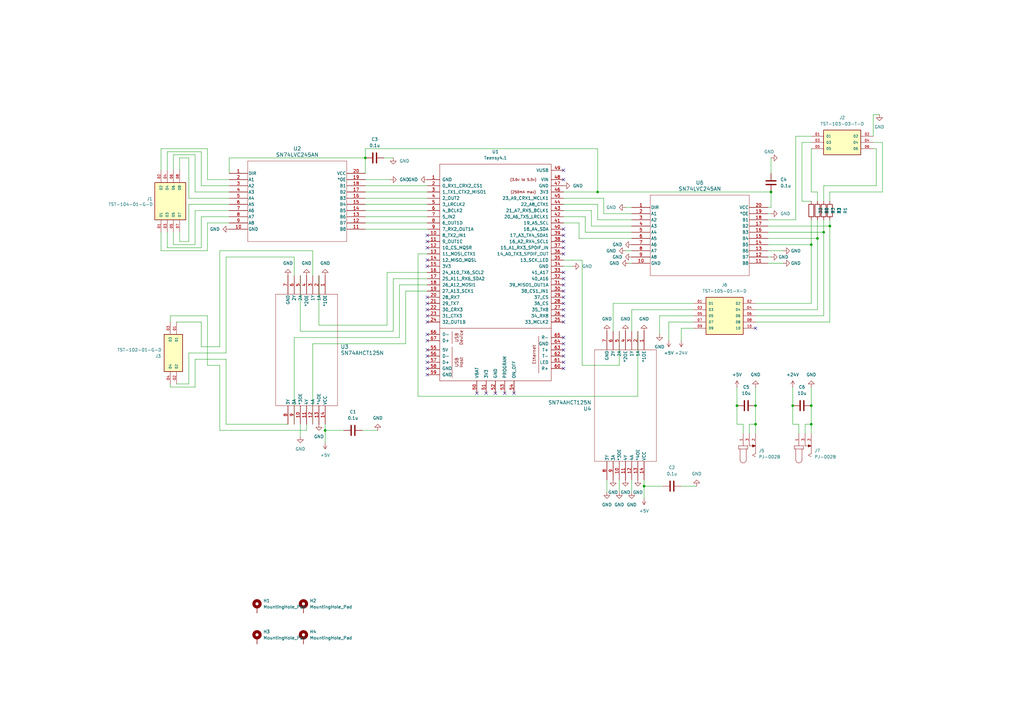
<source format=kicad_sch>
(kicad_sch (version 20250114) (generator "eeschema") (generator_version "9.0")
  (paper "A3")
  (lib_symbols
    (symbol "Device:C" (pin_numbers (hide yes)) (pin_names (offset 0.254))
      (property "Reference" "C" (at 0.635 2.54 0))
      (property "Value" "C" (at 0.635 -2.54 0))
      (symbol "C_0_1"
        (polyline (pts (xy -2.032 0.762) (xy 2.032 0.762)) (stroke (width 0.508)))
        (polyline (pts (xy -2.032 -0.762) (xy 2.032 -0.762)) (stroke (width 0.508)))
      )
      (symbol "C_1_1"
        (pin passive line (at 0 3.81 270) (length 2.794) (name "~") (number "1"))
        (pin passive line (at 0 -3.81 90) (length 2.794) (name "~") (number "2"))
      )
    )
    (symbol "Device:R" (pin_numbers (hide yes)) (pin_names (offset 0))
      (property "Reference" "R" (at 2.032 0 90))
      (property "Value" "R" (at 0 0 90))
      (symbol "R_0_1"
        (rectangle (start -1.016 -2.54) (end 1.016 2.54) (stroke (width 0.254)))
      )
      (symbol "R_1_1"
        (pin passive line (at 0 3.81 270) (length 1.27) (name "~") (number "1"))
        (pin passive line (at 0 -3.81 90) (length 1.27) (name "~") (number "2"))
      )
    )
    (symbol "Mechanical:MountingHole_Pad" (pin_numbers (hide yes)) (pin_names (offset 1.016) (hide yes)) (in_bom no)
      (property "Reference" "H" (at 0 6.35 0))
      (property "Value" "MountingHole_Pad" (at 0 4.445 0))
      (symbol "MountingHole_Pad_0_1"
        (circle (center 0 1.27) (radius 1.27) (stroke (width 1.27)))
      )
      (symbol "MountingHole_Pad_1_1"
        (pin input line (at 0 -2.54 90) (length 2.54) (name "1") (number "1"))
      )
    )
    (symbol "PJ-002B:PJ-002B" (pin_names (offset 1.016))
      (property "Reference" "J" (at -7.6337 5.0892 0))
      (property "Value" "PJ-002B" (at -7.6269 -5.0846 0))
      (symbol "PJ-002B_0_0"
        (polyline (pts (xy -5.715 3.81) (xy -1.27 3.81)) (stroke (width 0.1524)))
        (arc (start -5.715 1.27) (mid -6.9794 2.54) (end -5.715 3.81) (stroke (width 0.1524)))
        (polyline (pts (xy -3.81 -1.27) (xy -4.445 -2.54)) (stroke (width 0.1524)))
        (polyline (pts (xy -3.175 -2.54) (xy -3.81 -1.27)) (stroke (width 0.1524)))
        (polyline (pts (xy -1.27 4.445) (xy -1.27 3.81)) (stroke (width 0.1524)))
        (polyline (pts (xy -1.27 3.81) (xy -1.27 1.27)) (stroke (width 0.1524)))
        (polyline (pts (xy -1.27 1.27) (xy -5.715 1.27)) (stroke (width 0.1524)))
        (polyline (pts (xy -1.27 1.27) (xy -1.27 0.635)) (stroke (width 0.1524)))
        (polyline (pts (xy -1.27 0.635) (xy 0 0.635)) (stroke (width 0.1524)))
        (polyline (pts (xy 0 4.445) (xy -1.27 4.445)) (stroke (width 0.1524)))
        (polyline (pts (xy 0 0.635) (xy 0 4.445)) (stroke (width 0.1524)))
        (polyline (pts (xy 0 0) (xy 0 -2.54)) (stroke (width 0.1524)))
        (polyline (pts (xy 0 -2.54) (xy -3.175 -2.54)) (stroke (width 0.1524)))
        (polyline (pts (xy 0 -2.54) (xy -0.508 -1.27) (xy 0.508 -1.27) (xy 0 -2.54)) (stroke (width 0.1524)) (fill (type outline)))
        (pin passive line (at 5.08 2.54 180) (length 5.08) (name "~") (number "1"))
        (pin passive line (at 5.08 0 180) (length 5.08) (name "~") (number "3"))
        (pin passive line (at 5.08 -2.54 180) (length 5.08) (name "~") (number "2"))
      )
    )
    (symbol "SN74AHCT125N:SN74AHCT125N" (pin_names (offset 0.254))
      (property "Reference" "U" (at 30.48 10.16 0))
      (property "Value" "SN74AHCT125N" (at 30.48 7.62 0))
      (symbol "SN74AHCT125N_0_1"
        (polyline (pts (xy 7.62 5.08) (xy 7.62 -20.32)) (stroke (width 0.127)))
        (polyline (pts (xy 7.62 -20.32) (xy 53.34 -20.32)) (stroke (width 0.127)))
        (polyline (pts (xy 53.34 5.08) (xy 7.62 5.08)) (stroke (width 0.127)))
        (polyline (pts (xy 53.34 -20.32) (xy 53.34 5.08)) (stroke (width 0.127)))
        (pin input line (at 0 0 0) (length 7.62) (name "*1OE") (number "1"))
        (pin input line (at 0 -2.54 0) (length 7.62) (name "1A") (number "2"))
        (pin unspecified line (at 0 -5.08 0) (length 7.62) (name "1Y") (number "3"))
        (pin input line (at 0 -7.62 0) (length 7.62) (name "*2OE") (number "4"))
        (pin input line (at 0 -10.16 0) (length 7.62) (name "2A") (number "5"))
        (pin unspecified line (at 0 -12.7 0) (length 7.62) (name "2Y") (number "6"))
        (pin power_in line (at 0 -15.24 0) (length 7.62) (name "GND") (number "7"))
        (pin power_in line (at 60.96 0 180) (length 7.62) (name "VCC") (number "14"))
        (pin input line (at 60.96 -2.54 180) (length 7.62) (name "*4OE") (number "13"))
        (pin input line (at 60.96 -5.08 180) (length 7.62) (name "4A") (number "12"))
        (pin unspecified line (at 60.96 -7.62 180) (length 7.62) (name "4Y") (number "11"))
        (pin input line (at 60.96 -10.16 180) (length 7.62) (name "*3OE") (number "10"))
        (pin input line (at 60.96 -12.7 180) (length 7.62) (name "3A") (number "9"))
        (pin unspecified line (at 60.96 -15.24 180) (length 7.62) (name "3Y") (number "8"))
      )
    )
    (symbol "SN74LVC245AN:SN74LVC245AN" (pin_names (offset 0.254))
      (property "Reference" "U" (at 27.94 10.16 0))
      (property "Value" "SN74LVC245AN" (at 27.94 7.62 0))
      (symbol "SN74LVC245AN_0_1"
        (polyline (pts (xy 7.62 5.08) (xy 7.62 -27.94)) (stroke (width 0.127)))
        (polyline (pts (xy 7.62 -27.94) (xy 48.26 -27.94)) (stroke (width 0.127)))
        (polyline (pts (xy 48.26 5.08) (xy 7.62 5.08)) (stroke (width 0.127)))
        (polyline (pts (xy 48.26 -27.94) (xy 48.26 5.08)) (stroke (width 0.127)))
        (pin input line (at 0 0 0) (length 7.62) (name "DIR") (number "1"))
        (pin bidirectional line (at 0 -2.54 0) (length 7.62) (name "A1") (number "2"))
        (pin bidirectional line (at 0 -5.08 0) (length 7.62) (name "A2") (number "3"))
        (pin bidirectional line (at 0 -7.62 0) (length 7.62) (name "A3") (number "4"))
        (pin bidirectional line (at 0 -10.16 0) (length 7.62) (name "A4") (number "5"))
        (pin bidirectional line (at 0 -12.7 0) (length 7.62) (name "A5") (number "6"))
        (pin bidirectional line (at 0 -15.24 0) (length 7.62) (name "A6") (number "7"))
        (pin bidirectional line (at 0 -17.78 0) (length 7.62) (name "A7") (number "8"))
        (pin bidirectional line (at 0 -20.32 0) (length 7.62) (name "A8") (number "9"))
        (pin power_in line (at 0 -22.86 0) (length 7.62) (name "GND") (number "10"))
        (pin power_in line (at 55.88 0 180) (length 7.62) (name "VCC") (number "20"))
        (pin input line (at 55.88 -2.54 180) (length 7.62) (name "*OE") (number "19"))
        (pin bidirectional line (at 55.88 -5.08 180) (length 7.62) (name "B1") (number "18"))
        (pin bidirectional line (at 55.88 -7.62 180) (length 7.62) (name "B2") (number "17"))
        (pin bidirectional line (at 55.88 -10.16 180) (length 7.62) (name "B3") (number "16"))
        (pin bidirectional line (at 55.88 -12.7 180) (length 7.62) (name "B4") (number "15"))
        (pin bidirectional line (at 55.88 -15.24 180) (length 7.62) (name "B5") (number "14"))
        (pin bidirectional line (at 55.88 -17.78 180) (length 7.62) (name "B6") (number "13"))
        (pin bidirectional line (at 55.88 -20.32 180) (length 7.62) (name "B7") (number "12"))
        (pin bidirectional line (at 55.88 -22.86 180) (length 7.62) (name "B8") (number "11"))
      )
    )
    (symbol "TST-102-01-G-D:TST-102-01-G-D" (pin_names (offset 1.016))
      (property "Reference" "J" (at -8.12 5.08 0))
      (property "Value" "TST-102-01-G-D" (at -7.62 -5.08 0))
      (symbol "TST-102-01-G-D_0_0"
        (rectangle (start -7.62 -2.54) (end 7.62 5.08) (stroke (width 0.254)) (fill (type background)))
        (pin passive line (at -12.7 2.54 0) (length 5.08) (name "01") (number "01"))
        (pin passive line (at -12.7 0 0) (length 5.08) (name "03") (number "03"))
        (pin passive line (at 12.7 2.54 180) (length 5.08) (name "02") (number "02"))
        (pin passive line (at 12.7 0 180) (length 5.08) (name "04") (number "04"))
      )
    )
    (symbol "TST-103-01-G-D:TST-103-03-T-D" (pin_names (offset 1.016))
      (property "Reference" "J" (at -8.12 5.08 0))
      (property "Value" "TST-103-03-T-D" (at -7.62 -7.62 0))
      (symbol "TST-103-03-T-D_0_0"
        (rectangle (start -7.62 -5.08) (end 7.62 5.08) (stroke (width 0.254)) (fill (type background)))
        (pin passive line (at -12.7 2.54 0) (length 5.08) (name "01") (number "01"))
        (pin passive line (at -12.7 0 0) (length 5.08) (name "03") (number "03"))
        (pin passive line (at -12.7 -2.54 0) (length 5.08) (name "05") (number "05"))
        (pin passive line (at 12.7 2.54 180) (length 5.08) (name "02") (number "02"))
        (pin passive line (at 12.7 0 180) (length 5.08) (name "04") (number "04"))
        (pin passive line (at 12.7 -2.54 180) (length 5.08) (name "06") (number "06"))
      )
    )
    (symbol "TST-104-01-G-D:TST-104-01-G-D" (pin_names (offset 1.016))
      (property "Reference" "J" (at -8.12 7.62 0))
      (property "Value" "TST-104-01-G-D" (at -7.62 -7.62 0))
      (symbol "TST-104-01-G-D_0_0"
        (rectangle (start -7.62 -5.08) (end 7.62 7.62) (stroke (width 0.254)) (fill (type background)))
        (pin passive line (at -12.7 5.08 0) (length 5.08) (name "01") (number "01"))
        (pin passive line (at -12.7 2.54 0) (length 5.08) (name "03") (number "03"))
        (pin passive line (at -12.7 0 0) (length 5.08) (name "05") (number "05"))
        (pin passive line (at -12.7 -2.54 0) (length 5.08) (name "07") (number "07"))
        (pin passive line (at 12.7 5.08 180) (length 5.08) (name "02") (number "02"))
        (pin passive line (at 12.7 2.54 180) (length 5.08) (name "04") (number "04"))
        (pin passive line (at 12.7 0 180) (length 5.08) (name "06") (number "06"))
        (pin passive line (at 12.7 -2.54 180) (length 5.08) (name "08") (number "08"))
      )
    )
    (symbol "TST-105-01-G-D:TST-105-01-X-D" (pin_names (offset 1.016))
      (property "Reference" "J" (at -7.62 8.382 0))
      (property "Value" "TST-105-01-X-D" (at -7.62 -10.16 0))
      (symbol "TST-105-01-X-D_0_0"
        (rectangle (start -7.62 -7.62) (end 7.62 7.62) (stroke (width 0.254)) (fill (type background)))
        (pin passive line (at -12.7 5.08 0) (length 5.08) (name "01") (number "01"))
        (pin passive line (at -12.7 2.54 0) (length 5.08) (name "03") (number "03"))
        (pin passive line (at -12.7 0 0) (length 5.08) (name "05") (number "05"))
        (pin passive line (at -12.7 -2.54 0) (length 5.08) (name "07") (number "07"))
        (pin passive line (at -12.7 -5.08 0) (length 5.08) (name "09") (number "09"))
        (pin passive line (at 12.7 5.08 180) (length 5.08) (name "02") (number "02"))
        (pin passive line (at 12.7 2.54 180) (length 5.08) (name "04") (number "04"))
        (pin passive line (at 12.7 0 180) (length 5.08) (name "06") (number "06"))
        (pin passive line (at 12.7 -2.54 180) (length 5.08) (name "08") (number "08"))
        (pin passive line (at 12.7 -5.08 180) (length 5.08) (name "10") (number "10"))
      )
    )
    (symbol "Teensy:Teensy4.1" (pin_names (offset 1.016))
      (property "Reference" "U" (at 0 64.77 0))
      (property "Value" "Teensy4.1" (at 0 62.23 0))
      (symbol "Teensy4.1_0_0"
        (polyline (pts (xy -22.86 -6.35) (xy 22.86 -6.35)))
        (polyline (pts (xy -17.78 -7.62) (xy -17.78 -12.7)))
        (polyline (pts (xy -17.78 -26.67) (xy -17.78 -13.97)))
        (polyline (pts (xy 17.78 -9.525) (xy 17.78 -24.765)))
        (text "USB" (at -15.875 -10.16 900) (effects (font (size 1.27 1.27))))
        (text "USB" (at -15.875 -20.32 900) (effects (font (size 1.27 1.27))))
        (text "Device" (at -13.97 -10.16 900) (effects (font (size 1.27 1.27))))
        (text "Host" (at -13.97 -20.32 900) (effects (font (size 1.27 1.27))))
        (text "(3.6v to 5.5v)" (at 11.43 54.61 0) (effects (font (size 1.016 1.016))))
        (text "(250mA max)" (at 11.43 49.53 0) (effects (font (size 1.016 1.016))))
        (text "Ethernet" (at 15.875 -17.145 900) (effects (font (size 1.27 1.27))))
        (pin bidirectional line (at -27.94 44.45 0) (length 5.08) (name "3_LRCLK2") (number "5"))
        (pin bidirectional line (at -27.94 41.91 0) (length 5.08) (name "4_BCLK2") (number "6"))
        (pin bidirectional line (at -27.94 39.37 0) (length 5.08) (name "5_IN2") (number "7"))
        (pin bidirectional line (at -27.94 36.83 0) (length 5.08) (name "6_OUT1D") (number "8"))
        (pin bidirectional line (at -27.94 34.29 0) (length 5.08) (name "7_RX2_OUT1A") (number "9"))
        (pin bidirectional line (at -27.94 31.75 0) (length 5.08) (name "8_TX2_IN1") (number "10"))
        (pin bidirectional line (at -27.94 29.21 0) (length 5.08) (name "9_OUT1C") (number "11"))
        (pin bidirectional line (at -27.94 26.67 0) (length 5.08) (name "10_CS_MQSR") (number "12"))
        (pin bidirectional line (at -27.94 24.13 0) (length 5.08) (name "11_MOSI_CTX1") (number "13"))
        (pin bidirectional line (at -27.94 21.59 0) (length 5.08) (name "12_MISO_MQSL") (number "14"))
        (pin power_in line (at -27.94 19.05 0) (length 5.08) (name "3V3") (number "15"))
        (pin bidirectional line (at -27.94 16.51 0) (length 5.08) (name "24_A10_TX6_SCL2") (number "16"))
        (pin bidirectional line (at -27.94 13.97 0) (length 5.08) (name "25_A11_RX6_SDA2") (number "17"))
        (pin bidirectional line (at -27.94 11.43 0) (length 5.08) (name "26_A12_MOSI1") (number "18"))
        (pin bidirectional line (at -27.94 8.89 0) (length 5.08) (name "27_A13_SCK1") (number "19"))
        (pin bidirectional line (at -27.94 6.35 0) (length 5.08) (name "28_RX7") (number "20"))
        (pin bidirectional line (at -27.94 3.81 0) (length 5.08) (name "29_TX7") (number "21"))
        (pin bidirectional line (at -27.94 1.27 0) (length 5.08) (name "30_CRX3") (number "22"))
        (pin bidirectional line (at -27.94 -1.27 0) (length 5.08) (name "31_CTX3") (number "23"))
        (pin bidirectional line (at -27.94 -3.81 0) (length 5.08) (name "32_OUT1B") (number "24"))
        (pin bidirectional line (at -27.94 -8.89 0) (length 5.08) (name "D-") (number "66"))
        (pin bidirectional line (at -27.94 -11.43 0) (length 5.08) (name "D+") (number "67"))
        (pin power_out line (at -27.94 -15.24 0) (length 5.08) (name "5V") (number "55"))
        (pin bidirectional line (at -27.94 -17.78 0) (length 5.08) (name "D-") (number "56"))
        (pin bidirectional line (at -27.94 -20.32 0) (length 5.08) (name "D+") (number "57"))
        (pin power_in line (at -27.94 -22.86 0) (length 5.08) (name "GND") (number "58"))
        (pin power_in line (at -27.94 -25.4 0) (length 5.08) (name "GND") (number "59"))
        (pin power_in line (at -7.62 -33.02 90) (length 5.08) (name "VBAT") (number "50"))
        (pin power_in line (at -3.81 -33.02 90) (length 5.08) (name "3V3") (number "51"))
        (pin input line (at 0 -33.02 90) (length 5.08) (name "GND") (number "52"))
        (pin input line (at 3.81 -33.02 90) (length 5.08) (name "PROGRAM") (number "53"))
        (pin input line (at 7.62 -33.02 90) (length 5.08) (name "ON_OFF") (number "54"))
        (pin power_out line (at 27.94 58.42 180) (length 5.08) (name "VUSB") (number "49"))
        (pin power_in line (at 27.94 54.61 180) (length 5.08) (name "VIN") (number "48"))
        (pin output line (at 27.94 52.07 180) (length 5.08) (name "GND") (number "47"))
        (pin output line (at 27.94 49.53 180) (length 5.08) (name "3V3") (number "46"))
        (pin bidirectional line (at 27.94 46.99 180) (length 5.08) (name "23_A9_CRX1_MCLK1") (number "45"))
        (pin bidirectional line (at 27.94 44.45 180) (length 5.08) (name "22_A8_CTX1") (number "44"))
        (pin bidirectional line (at 27.94 41.91 180) (length 5.08) (name "21_A7_RX5_BCLK1") (number "43"))
        (pin bidirectional line (at 27.94 39.37 180) (length 5.08) (name "20_A6_TX5_LRCLK1") (number "42"))
        (pin bidirectional line (at 27.94 36.83 180) (length 5.08) (name "19_A5_SCL") (number "41"))
        (pin bidirectional line (at 27.94 34.29 180) (length 5.08) (name "18_A4_SDA") (number "40"))
        (pin bidirectional line (at 27.94 31.75 180) (length 5.08) (name "17_A3_TX4_SDA1") (number "39"))
        (pin bidirectional line (at 27.94 29.21 180) (length 5.08) (name "16_A2_RX4_SCL1") (number "38"))
        (pin bidirectional line (at 27.94 26.67 180) (length 5.08) (name "15_A1_RX3_SPDIF_IN") (number "37"))
        (pin bidirectional line (at 27.94 24.13 180) (length 5.08) (name "14_A0_TX3_SPDIF_OUT") (number "36"))
        (pin bidirectional line (at 27.94 21.59 180) (length 5.08) (name "13_SCK_LED") (number "35"))
        (pin bidirectional line (at 27.94 16.51 180) (length 5.08) (name "41_A17") (number "33"))
        (pin bidirectional line (at 27.94 13.97 180) (length 5.08) (name "40_A16") (number "32"))
        (pin bidirectional line (at 27.94 11.43 180) (length 5.08) (name "39_MISO1_OUT1A") (number "31"))
        (pin bidirectional line (at 27.94 8.89 180) (length 5.08) (name "38_CS1_IN1") (number "30"))
        (pin bidirectional line (at 27.94 6.35 180) (length 5.08) (name "37_CS") (number "29"))
        (pin bidirectional line (at 27.94 3.81 180) (length 5.08) (name "36_CS") (number "28"))
        (pin bidirectional line (at 27.94 1.27 180) (length 5.08) (name "35_TX8") (number "27"))
        (pin bidirectional line (at 27.94 -1.27 180) (length 5.08) (name "34_RX8") (number "26"))
        (pin bidirectional line (at 27.94 -3.81 180) (length 5.08) (name "33_MCLK2") (number "25"))
        (pin bidirectional line (at 27.94 -10.16 180) (length 5.08) (name "R-") (number "65"))
        (pin power_in line (at 27.94 -12.7 180) (length 5.08) (name "GND") (number "64"))
        (pin bidirectional line (at 27.94 -15.24 180) (length 5.08) (name "T+") (number "63"))
        (pin bidirectional line (at 27.94 -17.78 180) (length 5.08) (name "T-") (number "62"))
        (pin bidirectional line (at 27.94 -20.32 180) (length 5.08) (name "LED") (number "61"))
        (pin bidirectional line (at 27.94 -22.86 180) (length 5.08) (name "R+") (number "60"))
      )
      (symbol "Teensy4.1_0_1"
        (rectangle (start -22.86 60.96) (end 22.86 -27.94))
        (rectangle (start -20.32 -1.27) (end -20.32 -1.27))
      )
      (symbol "Teensy4.1_1_1"
        (pin power_in line (at -27.94 54.61 0) (length 5.08) (name "GND") (number "1"))
        (pin bidirectional line (at -27.94 52.07 0) (length 5.08) (name "0_RX1_CRX2_CS1") (number "2"))
        (pin bidirectional line (at -27.94 49.53 0) (length 5.08) (name "1_TX1_CTX2_MISO1") (number "3"))
        (pin bidirectional line (at -27.94 46.99 0) (length 5.08) (name "2_OUT2") (number "4"))
        (pin power_in line (at 27.94 19.05 180) (length 5.08) (name "GND") (number "34"))
      )
    )
    (symbol "power:+24V" (power) (pin_numbers (hide yes)) (pin_names (offset 0) (hide yes))
      (property "Value" "+24V" (at 0 3.556 0))
      (symbol "+24V_0_1"
        (polyline (pts (xy -0.762 1.27) (xy 0 2.54)))
        (polyline (pts (xy 0 2.54) (xy 0.762 1.27)))
        (polyline (pts (xy 0 0) (xy 0 2.54)))
      )
      (symbol "+24V_1_1"
        (pin power_in line (at 0 0 90) (length 0) (name "~") (number "1"))
      )
    )
    (symbol "power:+5V" (power) (pin_numbers (hide yes)) (pin_names (offset 0) (hide yes))
      (property "Value" "+5V" (at 0 3.556 0))
      (symbol "+5V_0_1"
        (polyline (pts (xy -0.762 1.27) (xy 0 2.54)))
        (polyline (pts (xy 0 2.54) (xy 0.762 1.27)))
        (polyline (pts (xy 0 0) (xy 0 2.54)))
      )
      (symbol "+5V_1_1"
        (pin power_in line (at 0 0 90) (length 0) (name "~") (number "1"))
      )
    )
    (symbol "power:GND" (power) (pin_numbers (hide yes)) (pin_names (offset 0) (hide yes))
      (property "Value" "GND" (at 0 -3.81 0))
      (symbol "GND_0_1"
        (polyline (pts (xy 0 0) (xy 0 -1.27) (xy 1.27 -1.27) (xy 0 -2.54) (xy -1.27 -1.27) (xy 0 -1.27)))
      )
      (symbol "GND_1_1"
        (pin power_in line (at 0 0 270) (length 0) (name "~") (number "1"))
      )
    )
  )
  (junction (at 309.88 166.37))
  (junction (at 340.36 92.71))
  (junction (at 264.16 199.39))
  (junction (at 245.11 78.74))
  (junction (at 332.74 166.37))
  (junction (at 325.12 166.37))
  (junction (at 335.28 97.79))
  (junction (at 302.26 166.37))
  (junction (at 332.74 100.33))
  (junction (at 309.88 173.99))
  (junction (at 316.23 78.74))
  (junction (at 332.74 173.99))
  (junction (at 133.35 176.53))
  (junction (at 149.86 64.77))
  (junction (at 337.82 95.25))
  (no_connect (at 231.14 119.38))
  (no_connect (at 175.26 127))
  (no_connect (at 175.26 101.6))
  (no_connect (at 175.26 96.52))
  (no_connect (at 175.26 129.54))
  (no_connect (at 231.14 129.54))
  (no_connect (at 207.01 161.29))
  (no_connect (at 175.26 148.59))
  (no_connect (at 231.14 101.6))
  (no_connect (at 309.88 134.62))
  (no_connect (at 231.14 111.76))
  (no_connect (at 175.26 109.22))
  (no_connect (at 175.26 151.13))
  (no_connect (at 231.14 151.13))
  (no_connect (at 231.14 93.98))
  (no_connect (at 175.26 132.08))
  (no_connect (at 231.14 104.14))
  (no_connect (at 231.14 146.05))
  (no_connect (at 175.26 143.51))
  (no_connect (at 231.14 121.92))
  (no_connect (at 203.2 161.29))
  (no_connect (at 175.26 139.7))
  (no_connect (at 231.14 132.08))
  (no_connect (at 175.26 121.92))
  (no_connect (at 231.14 69.85))
  (no_connect (at 231.14 140.97))
  (no_connect (at 175.26 106.68))
  (no_connect (at 210.82 161.29))
  (no_connect (at 231.14 114.3))
  (no_connect (at 231.14 96.52))
  (no_connect (at 175.26 137.16))
  (no_connect (at 231.14 124.46))
  (no_connect (at 175.26 124.46))
  (no_connect (at 199.39 161.29))
  (no_connect (at 231.14 143.51))
  (no_connect (at 231.14 99.06))
  (no_connect (at 195.58 161.29))
  (no_connect (at 175.26 99.06))
  (no_connect (at 175.26 153.67))
  (no_connect (at 231.14 116.84))
  (no_connect (at 231.14 73.66))
  (no_connect (at 231.14 148.59))
  (no_connect (at 175.26 146.05))
  (no_connect (at 231.14 127))
  (no_connect (at 231.14 138.43))
  (wire (pts (xy 309.88 127) (xy 335.28 127)))
  (wire (pts (xy 314.96 105.41) (xy 316.23 105.41)))
  (wire (pts (xy 128.27 113.03) (xy 128.27 102.87)))
  (wire (pts (xy 309.88 124.46) (xy 332.74 124.46)))
  (wire (pts (xy 73.66 99.06) (xy 73.66 95.25)))
  (wire (pts (xy 149.86 81.28) (xy 175.26 81.28)))
  (wire (pts (xy 270.51 129.54) (xy 284.48 129.54)))
  (wire (pts (xy 302.26 158.75) (xy 302.26 166.37)))
  (wire (pts (xy 93.98 64.77) (xy 149.86 64.77)))
  (wire (pts (xy 304.8 173.99) (xy 304.8 177.8)))
  (wire (pts (xy 270.51 137.16) (xy 270.51 129.54)))
  (wire (pts (xy 259.08 90.17) (xy 245.11 90.17)))
  (wire (pts (xy 93.98 76.2) (xy 82.55 76.2)))
  (wire (pts (xy 337.82 90.17) (xy 337.82 95.25)))
  (wire (pts (xy 332.74 60.96) (xy 332.74 78.74)))
  (wire (pts (xy 149.86 86.36) (xy 175.26 86.36)))
  (wire (pts (xy 120.65 138.43) (xy 163.83 138.43)))
  (wire (pts (xy 245.11 78.74) (xy 316.23 78.74)))
  (wire (pts (xy 93.98 86.36) (xy 80.01 86.36)))
  (wire (pts (xy 251.46 124.46) (xy 284.48 124.46)))
  (wire (pts (xy 85.09 102.87) (xy 66.04 102.87)))
  (wire (pts (xy 332.74 90.17) (xy 332.74 100.33)))
  (wire (pts (xy 358.14 60.96) (xy 359.41 60.96)))
  (wire (pts (xy 73.66 64.77) (xy 73.66 69.85)))
  (wire (pts (xy 92.71 173.99) (xy 92.71 147.32)))
  (wire (pts (xy 128.27 102.87) (xy 90.17 102.87)))
  (wire (pts (xy 90.17 176.53) (xy 90.17 149.86)))
  (wire (pts (xy 149.86 76.2) (xy 175.26 76.2)))
  (wire (pts (xy 316.23 85.09) (xy 314.96 85.09)))
  (wire (pts (xy 326.39 55.88) (xy 326.39 90.17)))
  (wire (pts (xy 259.08 127) (xy 284.48 127)))
  (wire (pts (xy 325.12 173.99) (xy 327.66 173.99)))
  (wire (pts (xy 238.76 106.68) (xy 231.14 106.68)))
  (wire (pts (xy 120.65 105.41) (xy 92.71 105.41)))
  (wire (pts (xy 160.02 73.66) (xy 149.86 73.66)))
  (wire (pts (xy 358.14 58.42) (xy 361.95 58.42)))
  (wire (pts (xy 154.94 176.53) (xy 148.59 176.53)))
  (wire (pts (xy 325.12 158.75) (xy 325.12 166.37)))
  (wire (pts (xy 85.09 91.44) (xy 85.09 102.87)))
  (wire (pts (xy 66.04 60.96) (xy 66.04 69.85)))
  (wire (pts (xy 231.14 88.9) (xy 240.03 88.9)))
  (wire (pts (xy 125.73 173.99) (xy 125.73 176.53)))
  (wire (pts (xy 361.95 58.42) (xy 361.95 78.74)))
  (wire (pts (xy 309.88 129.54) (xy 337.82 129.54)))
  (wire (pts (xy 326.39 90.17) (xy 314.96 90.17)))
  (wire (pts (xy 118.11 173.99) (xy 92.71 173.99)))
  (wire (pts (xy 264.16 204.47) (xy 264.16 199.39)))
  (wire (pts (xy 90.17 149.86) (xy 85.09 149.86)))
  (wire (pts (xy 274.32 132.08) (xy 284.48 132.08)))
  (wire (pts (xy 259.08 135.89) (xy 259.08 127)))
  (wire (pts (xy 314.96 92.71) (xy 340.36 92.71)))
  (wire (pts (xy 82.55 142.24) (xy 90.17 142.24)))
  (wire (pts (xy 85.09 129.54) (xy 69.85 129.54)))
  (wire (pts (xy 93.98 88.9) (xy 82.55 88.9)))
  (wire (pts (xy 93.98 91.44) (xy 85.09 91.44)))
  (wire (pts (xy 328.93 58.42) (xy 328.93 82.55)))
  (wire (pts (xy 251.46 135.89) (xy 251.46 124.46)))
  (wire (pts (xy 77.47 144.78) (xy 77.47 157.48)))
  (wire (pts (xy 330.2 173.99) (xy 332.74 173.99)))
  (wire (pts (xy 163.83 116.84) (xy 163.83 138.43)))
  (wire (pts (xy 149.86 78.74) (xy 175.26 78.74)))
  (wire (pts (xy 85.09 73.66) (xy 85.09 60.96)))
  (wire (pts (xy 257.81 107.95) (xy 259.08 107.95)))
  (wire (pts (xy 309.88 166.37) (xy 309.88 173.99)))
  (wire (pts (xy 316.23 64.77) (xy 316.23 71.12)))
  (wire (pts (xy 133.35 176.53) (xy 140.97 176.53)))
  (wire (pts (xy 133.35 176.53) (xy 133.35 173.99)))
  (wire (pts (xy 149.86 83.82) (xy 175.26 83.82)))
  (wire (pts (xy 93.98 73.66) (xy 85.09 73.66)))
  (wire (pts (xy 130.81 133.35) (xy 130.81 113.03)))
  (wire (pts (xy 71.12 63.5) (xy 71.12 69.85)))
  (wire (pts (xy 82.55 142.24) (xy 82.55 132.08)))
  (wire (pts (xy 93.98 64.77) (xy 93.98 71.12)))
  (wire (pts (xy 335.28 78.74) (xy 335.28 82.55)))
  (wire (pts (xy 264.16 199.39) (xy 271.78 199.39)))
  (wire (pts (xy 327.66 173.99) (xy 327.66 177.8)))
  (wire (pts (xy 69.85 158.75) (xy 69.85 157.48)))
  (wire (pts (xy 163.83 116.84) (xy 175.26 116.84)))
  (wire (pts (xy 279.4 134.62) (xy 279.4 139.7)))
  (wire (pts (xy 133.35 181.61) (xy 133.35 176.53)))
  (wire (pts (xy 123.19 179.07) (xy 123.19 173.99)))
  (wire (pts (xy 231.14 91.44) (xy 237.49 91.44)))
  (wire (pts (xy 332.74 100.33) (xy 332.74 124.46)))
  (wire (pts (xy 325.12 166.37) (xy 325.12 173.99)))
  (wire (pts (xy 158.75 111.76) (xy 175.26 111.76)))
  (wire (pts (xy 309.88 132.08) (xy 340.36 132.08)))
  (wire (pts (xy 90.17 102.87) (xy 90.17 142.24)))
  (wire (pts (xy 302.26 173.99) (xy 304.8 173.99)))
  (wire (pts (xy 332.74 158.75) (xy 332.74 166.37)))
  (wire (pts (xy 171.45 104.14) (xy 171.45 162.56)))
  (wire (pts (xy 80.01 147.32) (xy 92.71 147.32)))
  (wire (pts (xy 316.23 85.09) (xy 316.23 78.74)))
  (wire (pts (xy 359.41 76.2) (xy 337.82 76.2)))
  (wire (pts (xy 314.96 97.79) (xy 335.28 97.79)))
  (wire (pts (xy 149.86 93.98) (xy 175.26 93.98)))
  (wire (pts (xy 93.98 83.82) (xy 77.47 83.82)))
  (wire (pts (xy 307.34 173.99) (xy 309.88 173.99)))
  (wire (pts (xy 361.95 78.74) (xy 340.36 78.74)))
  (wire (pts (xy 314.96 95.25) (xy 337.82 95.25)))
  (wire (pts (xy 245.11 60.96) (xy 245.11 78.74)))
  (wire (pts (xy 123.19 135.89) (xy 161.29 135.89)))
  (wire (pts (xy 166.37 119.38) (xy 175.26 119.38)))
  (wire (pts (xy 254 149.86) (xy 238.76 149.86)))
  (wire (pts (xy 307.34 173.99) (xy 307.34 177.8)))
  (wire (pts (xy 66.04 102.87) (xy 66.04 95.25)))
  (wire (pts (xy 240.03 95.25) (xy 240.03 88.9)))
  (wire (pts (xy 80.01 147.32) (xy 80.01 158.75)))
  (wire (pts (xy 231.14 81.28) (xy 247.65 81.28)))
  (wire (pts (xy 242.57 92.71) (xy 259.08 92.71)))
  (wire (pts (xy 332.74 78.74) (xy 335.28 78.74)))
  (wire (pts (xy 80.01 100.33) (xy 71.12 100.33)))
  (wire (pts (xy 68.58 62.23) (xy 68.58 69.85)))
  (wire (pts (xy 358.14 46.99) (xy 360.68 46.99)))
  (wire (pts (xy 314.96 87.63) (xy 316.23 87.63)))
  (wire (pts (xy 332.74 173.99) (xy 332.74 177.8)))
  (wire (pts (xy 321.31 107.95) (xy 314.96 107.95)))
  (wire (pts (xy 123.19 135.89) (xy 123.19 113.03)))
  (wire (pts (xy 92.71 105.41) (xy 92.71 144.78)))
  (wire (pts (xy 161.29 114.3) (xy 161.29 135.89)))
  (wire (pts (xy 340.36 90.17) (xy 340.36 92.71)))
  (wire (pts (xy 149.86 91.44) (xy 175.26 91.44)))
  (wire (pts (xy 247.65 81.28) (xy 247.65 87.63)))
  (wire (pts (xy 245.11 83.82) (xy 231.14 83.82)))
  (wire (pts (xy 254 201.93) (xy 254 196.85)))
  (wire (pts (xy 175.26 104.14) (xy 171.45 104.14)))
  (wire (pts (xy 171.45 162.56) (xy 261.62 162.56)))
  (wire (pts (xy 77.47 99.06) (xy 73.66 99.06)))
  (wire (pts (xy 264.16 199.39) (xy 264.16 196.85)))
  (wire (pts (xy 231.14 78.74) (xy 245.11 78.74)))
  (wire (pts (xy 330.2 173.99) (xy 330.2 177.8)))
  (wire (pts (xy 93.98 78.74) (xy 80.01 78.74)))
  (wire (pts (xy 285.75 199.39) (xy 279.4 199.39)))
  (wire (pts (xy 359.41 60.96) (xy 359.41 76.2)))
  (wire (pts (xy 238.76 149.86) (xy 238.76 106.68)))
  (wire (pts (xy 237.49 97.79) (xy 259.08 97.79)))
  (wire (pts (xy 302.26 166.37) (xy 302.26 173.99)))
  (wire (pts (xy 358.14 55.88) (xy 358.14 46.99)))
  (wire (pts (xy 261.62 162.56) (xy 261.62 135.89)))
  (wire (pts (xy 82.55 101.6) (xy 68.58 101.6)))
  (wire (pts (xy 128.27 140.97) (xy 128.27 173.99)))
  (wire (pts (xy 82.55 88.9) (xy 82.55 101.6)))
  (wire (pts (xy 161.29 114.3) (xy 175.26 114.3)))
  (wire (pts (xy 82.55 132.08) (xy 72.39 132.08)))
  (wire (pts (xy 314.96 100.33) (xy 332.74 100.33)))
  (wire (pts (xy 80.01 63.5) (xy 71.12 63.5)))
  (wire (pts (xy 321.31 102.87) (xy 314.96 102.87)))
  (wire (pts (xy 77.47 64.77) (xy 73.66 64.77)))
  (wire (pts (xy 82.55 76.2) (xy 82.55 62.23)))
  (wire (pts (xy 85.09 149.86) (xy 85.09 129.54)))
  (wire (pts (xy 149.86 60.96) (xy 245.11 60.96)))
  (wire (pts (xy 82.55 62.23) (xy 68.58 62.23)))
  (wire (pts (xy 259.08 201.93) (xy 259.08 196.85)))
  (wire (pts (xy 77.47 144.78) (xy 92.71 144.78)))
  (wire (pts (xy 80.01 86.36) (xy 80.01 100.33)))
  (wire (pts (xy 161.29 64.77) (xy 157.48 64.77)))
  (wire (pts (xy 77.47 83.82) (xy 77.47 99.06)))
  (wire (pts (xy 93.98 81.28) (xy 77.47 81.28)))
  (wire (pts (xy 237.49 91.44) (xy 237.49 97.79)))
  (wire (pts (xy 328.93 82.55) (xy 332.74 82.55)))
  (wire (pts (xy 256.54 102.87) (xy 259.08 102.87)))
  (wire (pts (xy 69.85 129.54) (xy 69.85 132.08)))
  (wire (pts (xy 259.08 95.25) (xy 240.03 95.25)))
  (wire (pts (xy 149.86 71.12) (xy 149.86 64.77)))
  (wire (pts (xy 149.86 64.77) (xy 149.86 60.96)))
  (wire (pts (xy 128.27 140.97) (xy 166.37 140.97)))
  (wire (pts (xy 340.36 92.71) (xy 340.36 132.08)))
  (wire (pts (xy 340.36 78.74) (xy 340.36 82.55)))
  (wire (pts (xy 284.48 134.62) (xy 279.4 134.62)))
  (wire (pts (xy 231.14 109.22) (xy 234.95 109.22)))
  (wire (pts (xy 332.74 58.42) (xy 328.93 58.42)))
  (wire (pts (xy 77.47 157.48) (xy 72.39 157.48)))
  (wire (pts (xy 332.74 55.88) (xy 326.39 55.88)))
  (wire (pts (xy 256.54 85.09) (xy 259.08 85.09)))
  (wire (pts (xy 274.32 139.7) (xy 274.32 132.08)))
  (wire (pts (xy 130.81 133.35) (xy 158.75 133.35)))
  (wire (pts (xy 231.14 86.36) (xy 242.57 86.36)))
  (wire (pts (xy 125.73 176.53) (xy 90.17 176.53)))
  (wire (pts (xy 335.28 90.17) (xy 335.28 97.79)))
  (wire (pts (xy 80.01 158.75) (xy 69.85 158.75)))
  (wire (pts (xy 332.74 166.37) (xy 332.74 173.99)))
  (wire (pts (xy 309.88 158.75) (xy 309.88 166.37)))
  (wire (pts (xy 166.37 119.38) (xy 166.37 140.97)))
  (wire (pts (xy 254 135.89) (xy 254 149.86)))
  (wire (pts (xy 80.01 78.74) (xy 80.01 63.5)))
  (wire (pts (xy 242.57 86.36) (xy 242.57 92.71)))
  (wire (pts (xy 248.92 201.93) (xy 248.92 196.85)))
  (wire (pts (xy 335.28 97.79) (xy 335.28 127)))
  (wire (pts (xy 120.65 138.43) (xy 120.65 173.99)))
  (wire (pts (xy 158.75 111.76) (xy 158.75 133.35)))
  (wire (pts (xy 85.09 60.96) (xy 66.04 60.96)))
  (wire (pts (xy 77.47 81.28) (xy 77.47 64.77)))
  (wire (pts (xy 71.12 100.33) (xy 71.12 95.25)))
  (wire (pts (xy 149.86 88.9) (xy 175.26 88.9)))
  (wire (pts (xy 337.82 76.2) (xy 337.82 82.55)))
  (wire (pts (xy 247.65 87.63) (xy 259.08 87.63)))
  (wire (pts (xy 309.88 173.99) (xy 309.88 177.8)))
  (wire (pts (xy 68.58 95.25) (xy 68.58 101.6)))
  (wire (pts (xy 120.65 113.03) (xy 120.65 105.41)))
  (wire (pts (xy 337.82 95.25) (xy 337.82 129.54)))
  (wire (pts (xy 245.11 90.17) (xy 245.11 83.82)))
  (symbol (lib_id "Device:R") (at 340.36 86.36 180) (unit 1)
    (property "Reference" "R1" (at 346.71 86.36 90))
    (property "Value" "33" (at 344.17 86.36 90))
    (property "Footprint" "Resistor_THT:R_Axial_DIN0207_L6.3mm_D2.5mm_P10.16mm_Horizontal" (effects (hide yes)))
    (property "Description" "Resistor" (effects (hide yes)))
  )
  (symbol (lib_id "power:GND") (at 316.23 105.41 90) (unit 1)
    (property "Reference" "#PWR036" (effects (hide yes)))
    (property "Value" "GND" (at 321.31 105.41 90))
    (property "Description" "Power symbol creates a global label with name \"GND\" , ground" (effects (hide yes)))
  )
  (symbol (lib_id "power:GND") (at 264.16 135.89 180) (unit 1)
    (property "Reference" "#PWR01" (effects (hide yes)))
    (property "Value" "GND" (at 264.16 130.81 0))
    (property "Description" "Power symbol creates a global label with name \"GND\" , ground" (effects (hide yes)))
  )
  (symbol (lib_id "power:+5V") (at 133.35 181.61 180) (unit 1)
    (property "Reference" "#PWR032" (effects (hide yes)))
    (property "Value" "+5V" (at 133.35 186.69 0))
    (property "Description" "Power symbol creates a global label with name \"+5V\"" (effects (hide yes)))
  )
  (symbol (lib_id "power:GND") (at 175.26 73.66 270) (unit 1)
    (property "Reference" "#PWR013" (effects (hide yes)))
    (property "Value" "GND" (at 171.45 73.6599 90) (effects (justify right)))
    (property "Description" "Power symbol creates a global label with name \"GND\" , ground" (effects (hide yes)))
  )
  (symbol (lib_id "power:GND") (at 316.23 87.63 90) (unit 1)
    (property "Reference" "#PWR039" (effects (hide yes)))
    (property "Value" "GND" (at 320.04 87.6299 90) (effects (justify right)))
    (property "Description" "Power symbol creates a global label with name \"GND\" , ground" (effects (hide yes)))
  )
  (symbol (lib_id "power:GND") (at 231.14 76.2 90) (unit 1)
    (property "Reference" "#PWR035" (effects (hide yes)))
    (property "Value" "GND" (at 234.95 76.1999 90) (effects (justify right)))
    (property "Description" "Power symbol creates a global label with name \"GND\" , ground" (effects (hide yes)))
  )
  (symbol (lib_id "power:GND") (at 123.19 179.07 0) (unit 1)
    (property "Reference" "#PWR038" (effects (hide yes)))
    (property "Value" "GND" (at 123.19 184.15 0))
    (property "Description" "Power symbol creates a global label with name \"GND\" , ground" (effects (hide yes)))
  )
  (symbol (lib_id "power:GND") (at 234.95 109.22 90) (unit 1)
    (property "Reference" "#PWR022" (effects (hide yes)))
    (property "Value" "GND" (at 238.76 109.2199 90) (effects (justify right)))
    (property "Description" "Power symbol creates a global label with name \"GND\" , ground" (effects (hide yes)))
  )
  (symbol (lib_id "power:GND") (at 321.31 102.87 90) (unit 1)
    (property "Reference" "#PWR016" (effects (hide yes)))
    (property "Value" "GND" (at 326.39 102.87 90))
    (property "Description" "Power symbol creates a global label with name \"GND\" , ground" (effects (hide yes)))
  )
  (symbol (lib_id "power:GND") (at 251.46 196.85 0) (unit 1)
    (property "Reference" "#PWR010" (effects (hide yes)))
    (property "Value" "GND" (at 251.46 201.93 0))
    (property "Description" "Power symbol creates a global label with name \"GND\" , ground" (effects (hide yes)))
  )
  (symbol (lib_id "power:GND") (at 256.54 102.87 270) (unit 1)
    (property "Reference" "#PWR045" (effects (hide yes)))
    (property "Value" "GND" (at 252.73 102.8699 90) (effects (justify right)))
    (property "Description" "Power symbol creates a global label with name \"GND\" , ground" (effects (hide yes)))
  )
  (symbol (lib_id "TST-103-01-G-D:TST-103-03-T-D") (at 345.44 58.42 0) (unit 1)
    (property "Reference" "J2" (at 345.44 48.26 0))
    (property "Value" "TST-103-03-T-D" (at 345.44 50.8 0))
    (property "Footprint" "TST-103-01-G-D:SAMTEC_TST-103-03-T-D" (effects (hide yes)))
    (property "PARTREV" "R" (effects (hide yes)))
    (property "STANDARD" "Manufacturer Recommendations" (effects (hide yes)))
    (property "MANUFACTURER" "Samtec" (effects (hide yes)))
  )
  (symbol (lib_id "power:+5V") (at 264.16 204.47 180) (unit 1)
    (property "Reference" "#PWR08" (effects (hide yes)))
    (property "Value" "+5V" (at 264.16 209.55 0))
    (property "Description" "Power symbol creates a global label with name \"+5V\"" (effects (hide yes)))
  )
  (symbol (lib_id "Mechanical:MountingHole_Pad") (at 124.46 248.92 0) (unit 1) (in_bom no)
    (property "Reference" "H2" (at 127 246.3799 0) (effects (justify left)))
    (property "Value" "MountingHole_Pad" (at 127 248.9199 0) (effects (justify left)))
    (property "Footprint" "MountingHole:MountingHole_3.2mm_M3_Pad" (effects (hide yes)))
    (property "Description" "Mounting Hole with connection" (effects (hide yes)))
  )
  (symbol (lib_id "power:GND") (at 130.81 173.99 0) (unit 1)
    (property "Reference" "#PWR034" (effects (hide yes)))
    (property "Value" "GND" (at 130.81 179.07 0))
    (property "Description" "Power symbol creates a global label with name \"GND\" , ground" (effects (hide yes)))
  )
  (symbol (lib_id "TST-102-01-G-D:TST-102-01-G-D") (at 69.85 144.78 270) (unit 1)
    (property "Reference" "J3" (at 66.04 146.0501 90) (effects (justify right)))
    (property "Value" "TST-102-01-G-D" (at 66.294 143.51 90) (effects (justify right)))
    (property "Footprint" "TST-102-01-G-D:SAMTEC_TST-102-01-G-D" (effects (hide yes)))
    (property "PARTREV" "R" (effects (hide yes)))
    (property "MANUFACTURER" "Samtec" (effects (hide yes)))
    (property "STANDARD" "Manufacturer Recommendations" (effects (hide yes)))
  )
  (symbol (lib_id "PJ-002B:PJ-002B") (at 307.34 182.88 90) (unit 1)
    (property "Reference" "J5" (at 311.15 184.8456 90) (effects (justify right)))
    (property "Value" "PJ-002B" (at 311.15 187.3856 90) (effects (justify right)))
    (property "Footprint" "PJ-002B:CUI_PJ-002B" (effects (hide yes)))
    (property "MANUFACTURER" "CUI INC" (effects (hide yes)))
    (property "STANDARD" "Manufacturer recommendations" (effects (hide yes)))
  )
  (symbol (lib_id "Device:C") (at 306.07 166.37 90) (unit 1)
    (property "Reference" "C5" (at 306.07 158.75 90))
    (property "Value" "10u" (at 306.07 161.29 90))
    (property "Footprint" "Capacitor_SMD:C_0603_1608Metric" (effects (hide yes)))
    (property "Description" "Unpolarized capacitor" (effects (hide yes)))
  )
  (symbol (lib_id "power:GND") (at 259.08 105.41 270) (unit 1)
    (property "Reference" "#PWR042" (effects (hide yes)))
    (property "Value" "GND" (at 255.27 105.4099 90) (effects (justify right)))
    (property "Description" "Power symbol creates a global label with name \"GND\" , ground" (effects (hide yes)))
  )
  (symbol (lib_id "power:GND") (at 118.11 113.03 180) (unit 1)
    (property "Reference" "#PWR041" (effects (hide yes)))
    (property "Value" "GND" (at 118.11 107.95 0))
    (property "Description" "Power symbol creates a global label with name \"GND\" , ground" (effects (hide yes)))
  )
  (symbol (lib_id "Teensy:Teensy4.1") (at 203.2 128.27 0) (unit 1)
    (property "Reference" "U1" (at 203.2 62.23 0))
    (property "Value" "Teensy4.1" (at 203.2 64.77 0))
    (property "Footprint" "Teensy:Teensy41" (effects (hide yes)))
  )
  (symbol (lib_id "power:GND") (at 261.62 196.85 0) (unit 1)
    (property "Reference" "#PWR04" (effects (hide yes)))
    (property "Value" "GND" (at 261.62 201.93 0))
    (property "Description" "Power symbol creates a global label with name \"GND\" , ground" (effects (hide yes)))
  )
  (symbol (lib_id "power:GND") (at 256.54 85.09 270) (unit 1)
    (property "Reference" "#PWR046" (effects (hide yes)))
    (property "Value" "GND" (at 252.73 85.0899 90) (effects (justify right)))
    (property "Description" "Power symbol creates a global label with name \"GND\" , ground" (effects (hide yes)))
  )
  (symbol (lib_id "power:GND") (at 248.92 201.93 0) (unit 1)
    (property "Reference" "#PWR011" (effects (hide yes)))
    (property "Value" "GND" (at 248.92 207.01 0))
    (property "Description" "Power symbol creates a global label with name \"GND\" , ground" (effects (hide yes)))
  )
  (symbol (lib_id "Device:C") (at 144.78 176.53 90) (unit 1)
    (property "Reference" "C1" (at 144.78 168.91 90))
    (property "Value" "0.1u" (at 144.78 171.45 90))
    (property "Footprint" "Capacitor_SMD:C_0603_1608Metric" (effects (hide yes)))
    (property "Description" "Unpolarized capacitor" (effects (hide yes)))
  )
  (symbol (lib_id "power:+24V") (at 325.12 158.75 0) (unit 1)
    (property "Reference" "#PWR015" (effects (hide yes)))
    (property "Value" "+24V" (at 325.12 153.67 0))
    (property "Description" "Power symbol creates a global label with name \"+24V\"" (effects (hide yes)))
  )
  (symbol (lib_id "Device:R") (at 337.82 86.36 180) (unit 1)
    (property "Reference" "R2" (at 344.17 86.36 90))
    (property "Value" "33" (at 341.63 86.36 90))
    (property "Footprint" "Resistor_THT:R_Axial_DIN0207_L6.3mm_D2.5mm_P10.16mm_Horizontal" (effects (hide yes)))
    (property "Description" "Resistor" (effects (hide yes)))
  )
  (symbol (lib_id "power:GND") (at 257.81 107.95 270) (unit 1)
    (property "Reference" "#PWR044" (effects (hide yes)))
    (property "Value" "GND" (at 254 107.9499 90) (effects (justify right)))
    (property "Description" "Power symbol creates a global label with name \"GND\" , ground" (effects (hide yes)))
  )
  (symbol (lib_id "Device:C") (at 153.67 64.77 90) (unit 1)
    (property "Reference" "C3" (at 153.67 57.15 90))
    (property "Value" "0.1u" (at 153.67 59.69 90))
    (property "Footprint" "Capacitor_SMD:C_0603_1608Metric" (effects (hide yes)))
    (property "Description" "Unpolarized capacitor" (effects (hide yes)))
  )
  (symbol (lib_id "power:+5V") (at 302.26 158.75 0) (unit 1)
    (property "Reference" "#PWR029" (effects (hide yes)))
    (property "Value" "+5V" (at 302.26 153.67 0))
    (property "Description" "Power symbol creates a global label with name \"+5V\"" (effects (hide yes)))
  )
  (symbol (lib_id "power:GND") (at 332.74 158.75 180) (unit 1)
    (property "Reference" "#PWR023" (effects (hide yes)))
    (property "Value" "GND" (at 332.74 153.67 0))
    (property "Description" "Power symbol creates a global label with name \"GND\" , ground" (effects (hide yes)))
  )
  (symbol (lib_id "Mechanical:MountingHole_Pad") (at 105.41 261.62 0) (unit 1) (in_bom no)
    (property "Reference" "H3" (at 107.95 259.0799 0) (effects (justify left)))
    (property "Value" "MountingHole_Pad" (at 107.95 261.6199 0) (effects (justify left)))
    (property "Footprint" "MountingHole:MountingHole_3.2mm_M3_Pad" (effects (hide yes)))
    (property "Description" "Mounting Hole with connection" (effects (hide yes)))
  )
  (symbol (lib_id "power:GND") (at 285.75 199.39 180) (unit 1)
    (property "Reference" "#PWR06" (effects (hide yes)))
    (property "Value" "GND" (at 285.75 194.31 0))
    (property "Description" "Power symbol creates a global label with name \"GND\" , ground" (effects (hide yes)))
  )
  (symbol (lib_id "power:GND") (at 133.35 113.03 180) (unit 1)
    (property "Reference" "#PWR033" (effects (hide yes)))
    (property "Value" "GND" (at 133.35 107.95 0))
    (property "Description" "Power symbol creates a global label with name \"GND\" , ground" (effects (hide yes)))
  )
  (symbol (lib_id "power:GND") (at 248.92 135.89 180) (unit 1)
    (property "Reference" "#PWR03" (effects (hide yes)))
    (property "Value" "GND" (at 248.92 130.81 0))
    (property "Description" "Power symbol creates a global label with name \"GND\" , ground" (effects (hide yes)))
  )
  (symbol (lib_id "Device:C") (at 275.59 199.39 90) (unit 1)
    (property "Reference" "C2" (at 275.59 191.77 90))
    (property "Value" "0.1u" (at 275.59 194.31 90))
    (property "Footprint" "Capacitor_SMD:C_0603_1608Metric" (effects (hide yes)))
    (property "Description" "Unpolarized capacitor" (effects (hide yes)))
  )
  (symbol (lib_id "power:GND") (at 125.73 113.03 180) (unit 1)
    (property "Reference" "#PWR037" (effects (hide yes)))
    (property "Value" "GND" (at 125.73 107.95 0))
    (property "Description" "Power symbol creates a global label with name \"GND\" , ground" (effects (hide yes)))
  )
  (symbol (lib_id "Mechanical:MountingHole_Pad") (at 105.41 248.92 0) (unit 1) (in_bom no)
    (property "Reference" "H1" (at 107.95 246.3799 0) (effects (justify left)))
    (property "Value" "MountingHole_Pad" (at 107.95 248.9199 0) (effects (justify left)))
    (property "Footprint" "MountingHole:MountingHole_3.2mm_M3_Pad" (effects (hide yes)))
    (property "Description" "Mounting Hole with connection" (effects (hide yes)))
  )
  (symbol (lib_id "Mechanical:MountingHole_Pad") (at 124.46 261.62 0) (unit 1) (in_bom no)
    (property "Reference" "H4" (at 127 259.0799 0) (effects (justify left)))
    (property "Value" "MountingHole_Pad" (at 127 261.6199 0) (effects (justify left)))
    (property "Footprint" "MountingHole:MountingHole_3.2mm_M3_Pad" (effects (hide yes)))
    (property "Description" "Mounting Hole with connection" (effects (hide yes)))
  )
  (symbol (lib_id "power:GND") (at 160.02 73.66 90) (unit 1)
    (property "Reference" "#PWR020" (effects (hide yes)))
    (property "Value" "GND" (at 163.83 73.6599 90) (effects (justify right)))
    (property "Description" "Power symbol creates a global label with name \"GND\" , ground" (effects (hide yes)))
  )
  (symbol (lib_id "power:GND") (at 254 201.93 0) (unit 1)
    (property "Reference" "#PWR05" (effects (hide yes)))
    (property "Value" "GND" (at 254 207.01 0))
    (property "Description" "Power symbol creates a global label with name \"GND\" , ground" (effects (hide yes)))
  )
  (symbol (lib_id "SN74LVC245AN:SN74LVC245AN") (at 93.98 71.12 0) (unit 1)
    (property "Reference" "U2" (at 121.92 60.96 0) (effects (font (size 1.524 1.524))))
    (property "Value" "SN74LVC245AN" (at 121.92 63.5 0) (effects (font (size 1.524 1.524))))
    (property "Footprint" "SN74LVC245AN:N20" (effects (hide yes)))
    (property "Datasheet" "https://www.ti.com/lit/gpn/sn74lvc245a" (effects (hide yes)))
  )
  (symbol (lib_id "power:GND") (at 259.08 201.93 0) (unit 1)
    (property "Reference" "#PWR07" (effects (hide yes)))
    (property "Value" "GND" (at 259.08 207.01 0))
    (property "Description" "Power symbol creates a global label with name \"GND\" , ground" (effects (hide yes)))
  )
  (symbol (lib_id "power:GND") (at 256.54 196.85 0) (unit 1)
    (property "Reference" "#PWR09" (effects (hide yes)))
    (property "Value" "GND" (at 256.54 201.93 0))
    (property "Description" "Power symbol creates a global label with name \"GND\" , ground" (effects (hide yes)))
  )
  (symbol (lib_id "PJ-002B:PJ-002B") (at 330.2 182.88 90) (unit 1)
    (property "Reference" "J7" (at 334.01 184.8456 90) (effects (justify right)))
    (property "Value" "PJ-002B" (at 334.01 187.3856 90) (effects (justify right)))
    (property "Footprint" "PJ-002B:CUI_PJ-002B" (effects (hide yes)))
    (property "MANUFACTURER" "CUI INC" (effects (hide yes)))
    (property "STANDARD" "Manufacturer recommendations" (effects (hide yes)))
  )
  (symbol (lib_id "power:GND") (at 161.29 64.77 0) (unit 1)
    (property "Reference" "#PWR021" (effects (hide yes)))
    (property "Value" "GND" (at 163.83 66.0399 0) (effects (justify left)))
    (property "Description" "Power symbol creates a global label with name \"GND\" , ground" (effects (hide yes)))
  )
  (symbol (lib_id "power:GND") (at 316.23 64.77 90) (unit 1)
    (property "Reference" "#PWR040" (effects (hide yes)))
    (property "Value" "GND" (at 317.4999 62.23 90) (effects (justify left)))
    (property "Description" "Power symbol creates a global label with name \"GND\" , ground" (effects (hide yes)))
  )
  (symbol (lib_id "power:GND") (at 270.51 137.16 0) (unit 1)
    (property "Reference" "#PWR018" (effects (hide yes)))
    (property "Value" "GND" (at 270.51 142.24 0))
    (property "Description" "Power symbol creates a global label with name \"GND\" , ground" (effects (hide yes)))
  )
  (symbol (lib_id "power:GND") (at 256.54 135.89 180) (unit 1)
    (property "Reference" "#PWR02" (effects (hide yes)))
    (property "Value" "GND" (at 256.54 130.81 0))
    (property "Description" "Power symbol creates a global label with name \"GND\" , ground" (effects (hide yes)))
  )
  (symbol (lib_id "Device:R") (at 332.74 86.36 180) (unit 1)
    (property "Reference" "R4" (at 339.09 86.36 90))
    (property "Value" "33" (at 336.55 86.36 90))
    (property "Footprint" "Resistor_THT:R_Axial_DIN0207_L6.3mm_D2.5mm_P10.16mm_Horizontal" (effects (hide yes)))
    (property "Description" "Resistor" (effects (hide yes)))
  )
  (symbol (lib_id "power:GND") (at 321.31 107.95 90) (unit 1)
    (property "Reference" "#PWR012" (effects (hide yes)))
    (property "Value" "GND" (at 326.39 107.95 90))
    (property "Description" "Power symbol creates a global label with name \"GND\" , ground" (effects (hide yes)))
  )
  (symbol (lib_id "SN74LVC245AN:SN74LVC245AN") (at 259.08 85.09 0) (unit 1)
    (property "Reference" "U6" (at 287.02 74.93 0) (effects (font (size 1.524 1.524))))
    (property "Value" "SN74LVC245AN" (at 287.02 77.47 0) (effects (font (size 1.524 1.524))))
    (property "Footprint" "SN74LVC245AN:N20" (effects (hide yes)))
    (property "Datasheet" "https://www.ti.com/lit/gpn/sn74lvc245a" (effects (hide yes)))
  )
  (symbol (lib_id "SN74AHCT125N:SN74AHCT125N") (at 264.16 135.89 270) (unit 1)
    (property "Reference" "U4" (at 242.57 167.6401 90) (effects (font (size 1.524 1.524)) (justify right)))
    (property "Value" "SN74AHCT125N" (at 242.57 165.1001 90) (effects (font (size 1.524 1.524)) (justify right)))
    (property "Footprint" "SN74AHCT125N:N14" (effects (hide yes)))
    (property "Datasheet" "https://www.ti.com/lit/gpn/sn74ahct125" (effects (hide yes)))
  )
  (symbol (lib_id "power:GND") (at 259.08 100.33 270) (unit 1)
    (property "Reference" "#PWR043" (effects (hide yes)))
    (property "Value" "GND" (at 255.27 100.3299 90) (effects (justify right)))
    (property "Description" "Power symbol creates a global label with name \"GND\" , ground" (effects (hide yes)))
  )
  (symbol (lib_id "Device:C") (at 316.23 74.93 0) (unit 1)
    (property "Reference" "C4" (at 320.04 73.6599 0) (effects (justify left)))
    (property "Value" "0.1u" (at 320.04 76.1999 0) (effects (justify left)))
    (property "Footprint" "Capacitor_SMD:C_0603_1608Metric" (effects (hide yes)))
    (property "Description" "Unpolarized capacitor" (effects (hide yes)))
  )
  (symbol (lib_id "SN74AHCT125N:SN74AHCT125N") (at 133.35 113.03 270) (unit 1)
    (property "Reference" "U3" (at 139.7 142.2399 90) (effects (font (size 1.524 1.524)) (justify left)))
    (property "Value" "SN74AHCT125N" (at 139.7 144.7799 90) (effects (font (size 1.524 1.524)) (justify left)))
    (property "Footprint" "SN74AHCT125N:N14" (effects (hide yes)))
    (property "Datasheet" "https://www.ti.com/lit/gpn/sn74ahct125" (effects (hide yes)))
  )
  (symbol (lib_id "power:GND") (at 93.98 93.98 270) (unit 1)
    (property "Reference" "#PWR019" (effects (hide yes)))
    (property "Value" "GND" (at 90.17 93.9799 90) (effects (justify right)))
    (property "Description" "Power symbol creates a global label with name \"GND\" , ground" (effects (hide yes)))
  )
  (symbol (lib_id "Device:C") (at 328.93 166.37 90) (unit 1)
    (property "Reference" "C6" (at 328.93 158.75 90))
    (property "Value" "10u" (at 328.93 161.29 90))
    (property "Footprint" "Capacitor_SMD:C_0603_1608Metric" (effects (hide yes)))
    (property "Description" "Unpolarized capacitor" (effects (hide yes)))
  )
  (symbol (lib_id "power:GND") (at 154.94 176.53 180) (unit 1)
    (property "Reference" "#PWR031" (effects (hide yes)))
    (property "Value" "GND" (at 154.94 171.45 0))
    (property "Description" "Power symbol creates a global label with name \"GND\" , ground" (effects (hide yes)))
  )
  (symbol (lib_id "power:GND") (at 360.68 46.99 0) (unit 1)
    (property "Reference" "#PWR014" (effects (hide yes)))
    (property "Value" "GND" (at 360.68 52.07 0))
    (property "Description" "Power symbol creates a global label with name \"GND\" , ground" (effects (hide yes)))
  )
  (symbol (lib_id "Device:R") (at 335.28 86.36 180) (unit 1)
    (property "Reference" "R3" (at 341.63 86.36 90))
    (property "Value" "33" (at 339.09 86.36 90))
    (property "Footprint" "Resistor_THT:R_Axial_DIN0207_L6.3mm_D2.5mm_P10.16mm_Horizontal" (effects (hide yes)))
    (property "Description" "Resistor" (effects (hide yes)))
  )
  (symbol (lib_id "TST-104-01-G-D:TST-104-01-G-D") (at 71.12 82.55 90) (unit 1)
    (property "Reference" "J1" (at 60.198 81.534 90) (effects (justify right)))
    (property "Value" "TST-104-01-G-D" (at 44.45 83.82 90) (effects (justify right)))
    (property "Footprint" "TST-104-01-G-D:SAMTEC_TST-104-01-G-D" (effects (hide yes)))
    (property "PARTREV" "R" (effects (hide yes)))
    (property "STANDARD" "Manufacturer Recommendations" (effects (hide yes)))
    (property "MANUFACTURER" "Samtec" (effects (hide yes)))
  )
  (symbol (lib_id "power:GND") (at 309.88 158.75 180) (unit 1)
    (property "Reference" "#PWR030" (effects (hide yes)))
    (property "Value" "GND" (at 309.88 153.67 0))
    (property "Description" "Power symbol creates a global label with name \"GND\" , ground" (effects (hide yes)))
  )
  (symbol (lib_id "TST-105-01-G-D:TST-105-01-X-D") (at 297.18 129.54 0) (unit 1)
    (property "Reference" "J6" (at 297.18 116.84 0))
    (property "Value" "TST-105-01-X-D" (at 297.18 119.38 0))
    (property "Footprint" "TST-105-01-G-D:SAMTEC_TST-105-01-X-D" (effects (hide yes)))
    (property "MAXIMUM_PACKAGE_HEIGHT" "9.27mm" (effects (hide yes)))
    (property "CREATOR" "ASHISH" (effects (hide yes)))
    (property "STANDARD" "Manufacturer Recommendations" (effects (hide yes)))
    (property "PARTREV" "1-23-96" (effects (hide yes)))
    (property "MANUFACTURER" "Samtec" (effects (hide yes)))
  )
  (symbol (lib_id "power:+24V") (at 279.4 139.7 180) (unit 1)
    (property "Reference" "#PWR024" (effects (hide yes)))
    (property "Value" "+24V" (at 279.4 144.78 0))
    (property "Description" "Power symbol creates a global label with name \"+24V\"" (effects (hide yes)))
  )
  (symbol (lib_id "power:+5V") (at 274.32 139.7 180) (unit 1)
    (property "Reference" "#PWR017" (effects (hide yes)))
    (property "Value" "+5V" (at 274.32 144.78 0))
    (property "Description" "Power symbol creates a global label with name \"+5V\"" (effects (hide yes)))
  )
)
</source>
